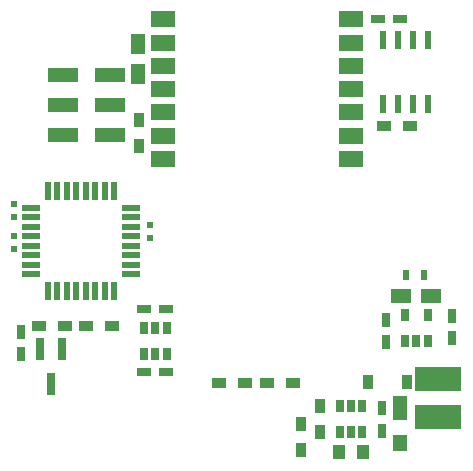
<source format=gtp>
G04 #@! TF.GenerationSoftware,KiCad,Pcbnew,no-vcs-found-4f2ed1b~58~ubuntu16.04.1*
G04 #@! TF.CreationDate,2017-05-08T18:53:11+03:00*
G04 #@! TF.ProjectId,livolo_1_channel_1way_eu_switch,6C69766F6C6F5F315F6368616E6E656C,rev?*
G04 #@! TF.FileFunction,Paste,Top*
G04 #@! TF.FilePolarity,Positive*
%FSLAX46Y46*%
G04 Gerber Fmt 4.6, Leading zero omitted, Abs format (unit mm)*
G04 Created by KiCad (PCBNEW no-vcs-found-4f2ed1b~58~ubuntu16.04.1) date Mon May  8 18:53:11 2017*
%MOMM*%
%LPD*%
G01*
G04 APERTURE LIST*
%ADD10C,0.100000*%
%ADD11R,1.200000X0.900000*%
%ADD12R,1.000000X1.250000*%
%ADD13R,4.000000X2.000000*%
%ADD14R,1.200000X2.000000*%
%ADD15R,1.200000X1.400000*%
%ADD16R,0.900000X1.200000*%
%ADD17R,0.650000X1.060000*%
%ADD18R,2.500000X1.270000*%
%ADD19R,1.750000X1.260000*%
%ADD20R,1.200000X0.750000*%
%ADD21R,0.500000X0.600000*%
%ADD22R,0.750000X1.200000*%
%ADD23R,0.550000X1.600000*%
%ADD24R,1.600000X0.550000*%
%ADD25R,1.998980X1.399540*%
%ADD26R,0.600000X1.550000*%
%ADD27R,0.800000X1.900000*%
%ADD28R,0.500000X0.900000*%
%ADD29R,1.260000X1.750000*%
G04 APERTURE END LIST*
D10*
D11*
X130200000Y-98600000D03*
X128000000Y-98600000D03*
D12*
X149400000Y-109300000D03*
X151400000Y-109300000D03*
D13*
X157800000Y-103050000D03*
X157800000Y-106300000D03*
D14*
X154600000Y-105500000D03*
D15*
X154600000Y-108500000D03*
D16*
X146200000Y-109100000D03*
X146200000Y-106900000D03*
D17*
X150400000Y-107600000D03*
X151350000Y-107600000D03*
X149450000Y-107600000D03*
X149450000Y-105400000D03*
X150400000Y-105400000D03*
X151350000Y-105400000D03*
D18*
X126050000Y-82440000D03*
X126050000Y-79900000D03*
X126050000Y-77360000D03*
X130050000Y-77360000D03*
X130050000Y-79900000D03*
X130050000Y-82400000D03*
D19*
X154675000Y-96092000D03*
X157225000Y-96092000D03*
D11*
X124034000Y-98588000D03*
X126234000Y-98588000D03*
D20*
X152675000Y-72600000D03*
X154575000Y-72600000D03*
D21*
X121900000Y-92050000D03*
X121900000Y-90950000D03*
X121900000Y-88250000D03*
X121900000Y-89350000D03*
X133400000Y-90050000D03*
X133400000Y-91150000D03*
D22*
X153400000Y-99950000D03*
X153400000Y-98050000D03*
X159000000Y-99650000D03*
X159000000Y-97750000D03*
X153000000Y-107450000D03*
X153000000Y-105550000D03*
D20*
X134750000Y-102500000D03*
X132850000Y-102500000D03*
X132850000Y-97200000D03*
X134750000Y-97200000D03*
D16*
X155150000Y-103300000D03*
X151850000Y-103300000D03*
D23*
X130350000Y-95650000D03*
X129550000Y-95650000D03*
X128750000Y-95650000D03*
X127950000Y-95650000D03*
X127150000Y-95650000D03*
X126350000Y-95650000D03*
X125550000Y-95650000D03*
X124750000Y-95650000D03*
D24*
X123300000Y-94200000D03*
X123300000Y-93400000D03*
X123300000Y-92600000D03*
X123300000Y-91800000D03*
X123300000Y-91000000D03*
X123300000Y-90200000D03*
X123300000Y-89400000D03*
X123300000Y-88600000D03*
D23*
X124750000Y-87150000D03*
X125550000Y-87150000D03*
X126350000Y-87150000D03*
X127150000Y-87150000D03*
X127950000Y-87150000D03*
X128750000Y-87150000D03*
X129550000Y-87150000D03*
X130350000Y-87150000D03*
D24*
X131800000Y-88600000D03*
X131800000Y-89400000D03*
X131800000Y-90200000D03*
X131800000Y-91000000D03*
X131800000Y-91800000D03*
X131800000Y-92600000D03*
X131800000Y-93400000D03*
X131800000Y-94200000D03*
D16*
X147800000Y-107600000D03*
X147800000Y-105400000D03*
X132500000Y-81200000D03*
X132500000Y-83400000D03*
D11*
X141400000Y-103400000D03*
X139200000Y-103400000D03*
X143300000Y-103400000D03*
X145500000Y-103400000D03*
D17*
X155000000Y-97650000D03*
X156900000Y-97650000D03*
X156900000Y-99850000D03*
X155950000Y-99850000D03*
X155000000Y-99850000D03*
X133850000Y-98750000D03*
X132900000Y-98750000D03*
X134800000Y-98750000D03*
X134800000Y-100950000D03*
X133850000Y-100950000D03*
X132900000Y-100950000D03*
D25*
X134499800Y-72598780D03*
X134471860Y-74600300D03*
X134471860Y-76599280D03*
X134471860Y-78550000D03*
X134471860Y-80500720D03*
X134471860Y-82499700D03*
X134471860Y-84501220D03*
X150372260Y-84501220D03*
X150372260Y-82499700D03*
X150372260Y-80500720D03*
X150372260Y-78550000D03*
X150372260Y-76599280D03*
X150372260Y-74600300D03*
X150372260Y-72598780D03*
D22*
X122500000Y-99100000D03*
X122500000Y-101000000D03*
D11*
X153200000Y-81700000D03*
X155400000Y-81700000D03*
D26*
X153120000Y-74400000D03*
X154390000Y-74400000D03*
X155660000Y-74400000D03*
X156930000Y-74400000D03*
X156930000Y-79800000D03*
X155660000Y-79800000D03*
X154390000Y-79800000D03*
X153120000Y-79800000D03*
D27*
X125000000Y-103550000D03*
X124050000Y-100550000D03*
X125950000Y-100550000D03*
D28*
X156600000Y-94300000D03*
X155100000Y-94300000D03*
D29*
X132400000Y-77275000D03*
X132400000Y-74725000D03*
M02*

</source>
